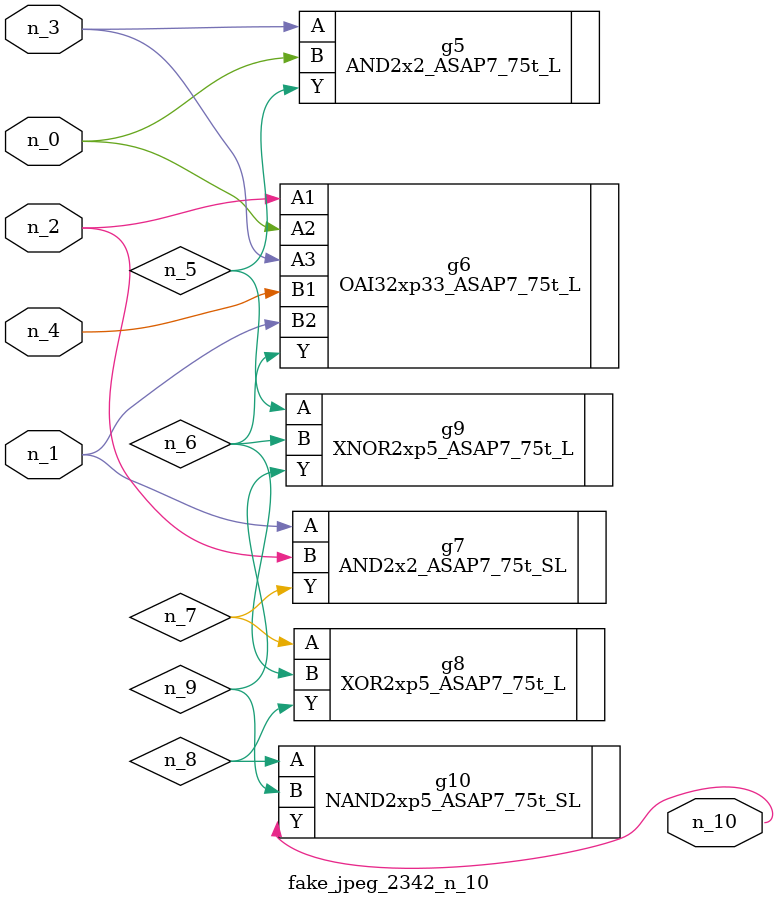
<source format=v>
module fake_jpeg_2342_n_10 (n_3, n_2, n_1, n_0, n_4, n_10);

input n_3;
input n_2;
input n_1;
input n_0;
input n_4;

output n_10;

wire n_8;
wire n_9;
wire n_6;
wire n_5;
wire n_7;

AND2x2_ASAP7_75t_L g5 ( 
.A(n_3),
.B(n_0),
.Y(n_5)
);

OAI32xp33_ASAP7_75t_L g6 ( 
.A1(n_2),
.A2(n_0),
.A3(n_3),
.B1(n_4),
.B2(n_1),
.Y(n_6)
);

AND2x2_ASAP7_75t_SL g7 ( 
.A(n_1),
.B(n_2),
.Y(n_7)
);

XOR2xp5_ASAP7_75t_L g8 ( 
.A(n_7),
.B(n_6),
.Y(n_8)
);

NAND2xp5_ASAP7_75t_SL g10 ( 
.A(n_8),
.B(n_9),
.Y(n_10)
);

XNOR2xp5_ASAP7_75t_L g9 ( 
.A(n_5),
.B(n_6),
.Y(n_9)
);


endmodule
</source>
